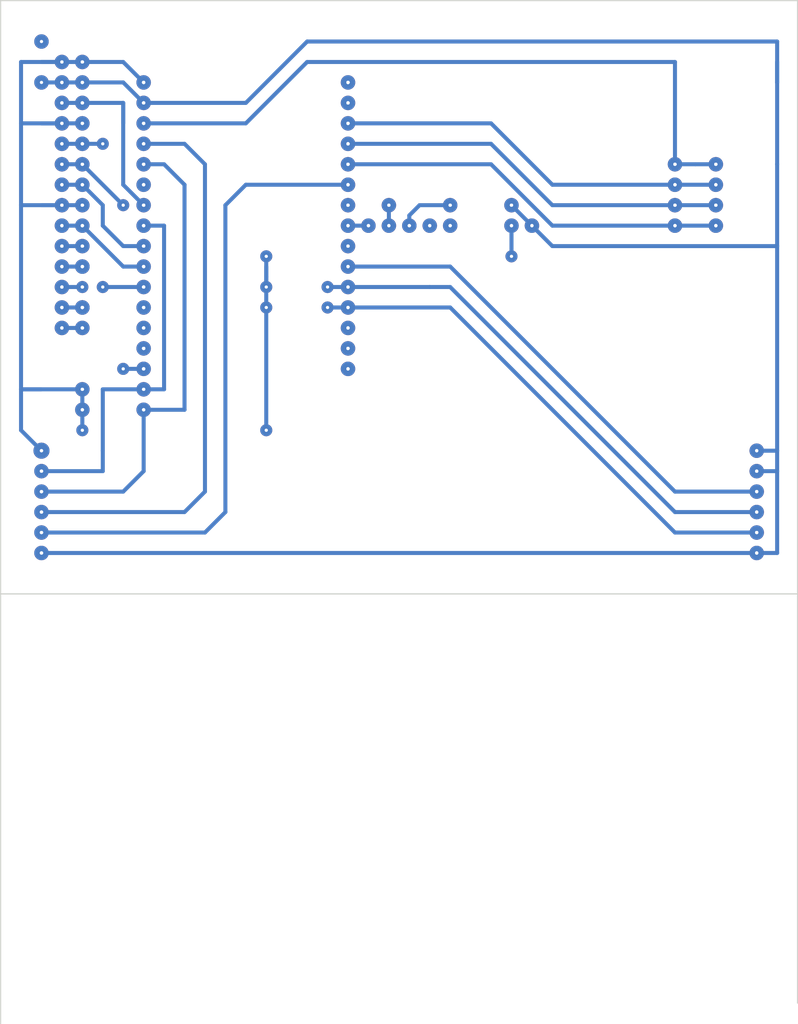
<source format=kicad_pcb>
(kicad_pcb (version 20171130) (host pcbnew "(5.0.1-3-g963ef8bb5)")

  (general
    (thickness 1.6)
    (drawings 5)
    (tracks 624)
    (zones 0)
    (modules 0)
    (nets 1)
  )

  (page A4)
  (layers
    (0 F.Cu signal)
    (31 B.Cu signal)
    (32 B.Adhes user)
    (33 F.Adhes user)
    (34 B.Paste user)
    (35 F.Paste user)
    (36 B.SilkS user)
    (37 F.SilkS user)
    (38 B.Mask user)
    (39 F.Mask user)
    (40 Dwgs.User user)
    (41 Cmts.User user)
    (42 Eco1.User user)
    (43 Eco2.User user)
    (44 Edge.Cuts user)
    (45 Margin user)
    (46 B.CrtYd user)
    (47 F.CrtYd user)
    (48 B.Fab user)
    (49 F.Fab user)
  )

  (setup
    (last_trace_width 0.5)
    (trace_clearance 0.2)
    (zone_clearance 0.508)
    (zone_45_only no)
    (trace_min 0.2)
    (segment_width 0.2)
    (edge_width 0.15)
    (via_size 1.8)
    (via_drill 0.4)
    (via_min_size 0.4)
    (via_min_drill 0.3)
    (uvia_size 0.3)
    (uvia_drill 0.1)
    (uvias_allowed no)
    (uvia_min_size 0.2)
    (uvia_min_drill 0.1)
    (pcb_text_width 0.3)
    (pcb_text_size 1.5 1.5)
    (mod_edge_width 0.15)
    (mod_text_size 1 1)
    (mod_text_width 0.15)
    (pad_size 1.524 1.524)
    (pad_drill 0.762)
    (pad_to_mask_clearance 0.051)
    (solder_mask_min_width 0.25)
    (aux_axis_origin 0 0)
    (visible_elements FFFFFF7F)
    (pcbplotparams
      (layerselection 0x010fc_ffffffff)
      (usegerberextensions false)
      (usegerberattributes false)
      (usegerberadvancedattributes false)
      (creategerberjobfile false)
      (excludeedgelayer true)
      (linewidth 0.150000)
      (plotframeref false)
      (viasonmask false)
      (mode 1)
      (useauxorigin false)
      (hpglpennumber 1)
      (hpglpenspeed 20)
      (hpglpendiameter 15.000000)
      (psnegative false)
      (psa4output false)
      (plotreference true)
      (plotvalue true)
      (plotinvisibletext false)
      (padsonsilk false)
      (subtractmaskfromsilk false)
      (outputformat 1)
      (mirror false)
      (drillshape 1)
      (scaleselection 1)
      (outputdirectory ""))
  )

  (net 0 "")

  (net_class Default "This is the default net class."
    (clearance 0.2)
    (trace_width 0.5)
    (via_dia 1.8)
    (via_drill 0.4)
    (uvia_dia 0.3)
    (uvia_drill 0.1)
  )

  (net_class neti ""
    (clearance 0.2)
    (trace_width 0.5)
    (via_dia 3)
    (via_drill 0.4)
    (uvia_dia 0.3)
    (uvia_drill 0.1)
  )

  (gr_line (start 57.15 91.44) (end 43.18 91.44) (layer Edge.Cuts) (width 0.15))
  (gr_line (start 57.15 91.44) (end 142.24 91.44) (layer Edge.Cuts) (width 0.15))
  (gr_line (start 142.24 17.78) (end 142.24 142.24) (layer Edge.Cuts) (width 0.15))
  (gr_line (start 43.18 17.78) (end 142.24 17.78) (layer Edge.Cuts) (width 0.15))
  (gr_line (start 43.18 144.78) (end 43.18 17.78) (layer Edge.Cuts) (width 0.15))

  (via (at 60.96 27.94) (size 0.8) (drill 0.4) (layers F.Cu B.Cu) (net 0))
  (via (at 60.96 30.48) (size 0.8) (drill 0.4) (layers F.Cu B.Cu) (net 0))
  (via (at 60.96 33.02) (size 0.8) (drill 0.4) (layers F.Cu B.Cu) (net 0))
  (via (at 60.96 35.56) (size 0.8) (drill 0.4) (layers F.Cu B.Cu) (net 0))
  (via (at 60.96 38.1) (size 0.8) (drill 0.4) (layers F.Cu B.Cu) (net 0))
  (via (at 60.96 38.1) (size 0.8) (drill 0.4) (layers F.Cu B.Cu) (net 0) (tstamp 5C68311F))
  (via (at 60.96 38.1) (size 0.8) (drill 0.4) (layers F.Cu B.Cu) (net 0))
  (via (at 60.96 40.64) (size 0.8) (drill 0.4) (layers F.Cu B.Cu) (net 0))
  (via (at 60.96 43.18) (size 0.8) (drill 0.4) (layers F.Cu B.Cu) (net 0))
  (via (at 60.96 45.72) (size 0.8) (drill 0.4) (layers F.Cu B.Cu) (net 0))
  (via (at 60.96 48.26) (size 0.8) (drill 0.4) (layers F.Cu B.Cu) (net 0))
  (via (at 60.96 50.8) (size 0.8) (drill 0.4) (layers F.Cu B.Cu) (net 0))
  (via (at 60.96 53.34) (size 0.8) (drill 0.4) (layers F.Cu B.Cu) (net 0))
  (via (at 60.96 55.88) (size 0.8) (drill 0.4) (layers F.Cu B.Cu) (net 0))
  (via (at 60.96 58.42) (size 0.8) (drill 0.4) (layers F.Cu B.Cu) (net 0))
  (via (at 60.96 60.96) (size 0.8) (drill 0.4) (layers F.Cu B.Cu) (net 0))
  (via (at 60.96 63.5) (size 0.8) (drill 0.4) (layers F.Cu B.Cu) (net 0))
  (via (at 86.36 27.94) (size 0.8) (drill 0.4) (layers F.Cu B.Cu) (net 0))
  (via (at 86.36 30.48) (size 0.8) (drill 0.4) (layers F.Cu B.Cu) (net 0))
  (via (at 86.36 33.02) (size 0.8) (drill 0.4) (layers F.Cu B.Cu) (net 0))
  (via (at 86.36 35.56) (size 0.8) (drill 0.4) (layers F.Cu B.Cu) (net 0))
  (via (at 86.36 38.1) (size 0.8) (drill 0.4) (layers F.Cu B.Cu) (net 0))
  (via (at 86.36 40.64) (size 0.8) (drill 0.4) (layers F.Cu B.Cu) (net 0))
  (via (at 86.36 43.18) (size 0.8) (drill 0.4) (layers F.Cu B.Cu) (net 0))
  (via (at 86.36 45.72) (size 0.8) (drill 0.4) (layers F.Cu B.Cu) (net 0))
  (via (at 86.36 48.26) (size 0.8) (drill 0.4) (layers F.Cu B.Cu) (net 0))
  (via (at 86.36 50.8) (size 0.8) (drill 0.4) (layers F.Cu B.Cu) (net 0))
  (via (at 86.36 53.34) (size 0.8) (drill 0.4) (layers F.Cu B.Cu) (net 0))
  (via (at 86.36 55.88) (size 0.8) (drill 0.4) (layers F.Cu B.Cu) (net 0))
  (via (at 86.36 58.42) (size 0.8) (drill 0.4) (layers F.Cu B.Cu) (net 0))
  (via (at 86.36 60.96) (size 0.8) (drill 0.4) (layers F.Cu B.Cu) (net 0))
  (via (at 86.36 63.5) (size 0.8) (drill 0.4) (layers F.Cu B.Cu) (net 0))
  (via (at 53.34 25.4) (size 0.8) (drill 0.4) (layers F.Cu B.Cu) (net 0))
  (via (at 53.34 27.94) (size 0.8) (drill 0.4) (layers F.Cu B.Cu) (net 0))
  (via (at 53.34 30.48) (size 0.8) (drill 0.4) (layers F.Cu B.Cu) (net 0))
  (via (at 53.34 33.02) (size 0.8) (drill 0.4) (layers F.Cu B.Cu) (net 0))
  (via (at 53.34 35.56) (size 0.8) (drill 0.4) (layers F.Cu B.Cu) (net 0))
  (via (at 53.34 38.1) (size 0.8) (drill 0.4) (layers F.Cu B.Cu) (net 0))
  (via (at 53.34 40.64) (size 0.8) (drill 0.4) (layers F.Cu B.Cu) (net 0))
  (via (at 53.34 43.18) (size 0.8) (drill 0.4) (layers F.Cu B.Cu) (net 0))
  (via (at 53.34 45.72) (size 0.8) (drill 0.4) (layers F.Cu B.Cu) (net 0))
  (via (at 53.34 48.26) (size 0.8) (drill 0.4) (layers F.Cu B.Cu) (net 0))
  (via (at 53.34 50.8) (size 0.8) (drill 0.4) (layers F.Cu B.Cu) (net 0))
  (via (at 53.34 53.34) (size 0.8) (drill 0.4) (layers F.Cu B.Cu) (net 0))
  (via (at 53.34 55.88) (size 0.8) (drill 0.4) (layers F.Cu B.Cu) (net 0))
  (via (at 53.34 58.42) (size 0.8) (drill 0.4) (layers F.Cu B.Cu) (net 0))
  (segment (start 50.8 25.4) (end 50.8 25.4) (width 0.25) (layer B.Cu) (net 0) (tstamp 5C683492))
  (via (at 50.8 25.4) (size 0.8) (drill 0.4) (layers F.Cu B.Cu) (net 0))
  (via (at 50.8 27.94) (size 0.8) (drill 0.4) (layers F.Cu B.Cu) (net 0))
  (via (at 50.8 30.48) (size 0.8) (drill 0.4) (layers F.Cu B.Cu) (net 0))
  (via (at 50.8 33.02) (size 0.8) (drill 0.4) (layers F.Cu B.Cu) (net 0))
  (via (at 50.8 35.56) (size 0.8) (drill 0.4) (layers F.Cu B.Cu) (net 0))
  (via (at 50.8 38.1) (size 0.8) (drill 0.4) (layers F.Cu B.Cu) (net 0))
  (via (at 50.8 40.64) (size 0.8) (drill 0.4) (layers F.Cu B.Cu) (net 0))
  (via (at 50.8 43.18) (size 0.8) (drill 0.4) (layers F.Cu B.Cu) (net 0))
  (via (at 50.8 45.72) (size 0.8) (drill 0.4) (layers F.Cu B.Cu) (net 0))
  (via (at 50.8 48.26) (size 0.8) (drill 0.4) (layers F.Cu B.Cu) (net 0))
  (via (at 50.8 50.8) (size 0.8) (drill 0.4) (layers F.Cu B.Cu) (net 0))
  (via (at 50.8 53.34) (size 0.8) (drill 0.4) (layers F.Cu B.Cu) (net 0))
  (via (at 50.8 55.88) (size 0.8) (drill 0.4) (layers F.Cu B.Cu) (net 0))
  (via (at 50.8 58.42) (size 0.8) (drill 0.4) (layers F.Cu B.Cu) (net 0))
  (via (at 127 38.1) (size 0.8) (drill 0.4) (layers F.Cu B.Cu) (net 0))
  (via (at 127 40.64) (size 0.8) (drill 0.4) (layers F.Cu B.Cu) (net 0))
  (via (at 127 43.18) (size 0.8) (drill 0.4) (layers F.Cu B.Cu) (net 0))
  (via (at 127 45.72) (size 0.8) (drill 0.4) (layers F.Cu B.Cu) (net 0))
  (via (at 132.08 45.72) (size 0.8) (drill 0.4) (layers F.Cu B.Cu) (net 0))
  (via (at 132.08 43.18) (size 0.8) (drill 0.4) (layers F.Cu B.Cu) (net 0))
  (via (at 132.08 40.64) (size 0.8) (drill 0.4) (layers F.Cu B.Cu) (net 0))
  (via (at 132.08 38.1) (size 0.8) (drill 0.4) (layers F.Cu B.Cu) (net 0))
  (via (at 48.26 76.2) (size 0.8) (drill 0.4) (layers F.Cu B.Cu) (net 0))
  (via (at 48.26 78.74) (size 0.8) (drill 0.4) (layers F.Cu B.Cu) (net 0))
  (via (at 48.26 81.28) (size 0.8) (drill 0.4) (layers F.Cu B.Cu) (net 0))
  (via (at 48.26 83.82) (size 0.8) (drill 0.4) (layers F.Cu B.Cu) (net 0))
  (via (at 48.26 86.36) (size 0.8) (drill 0.4) (layers F.Cu B.Cu) (net 0))
  (via (at 137.16 76.2) (size 0.8) (drill 0.4) (layers F.Cu B.Cu) (net 0))
  (via (at 137.16 78.74) (size 0.8) (drill 0.4) (layers F.Cu B.Cu) (net 0))
  (via (at 137.16 81.28) (size 0.8) (drill 0.4) (layers F.Cu B.Cu) (net 0))
  (via (at 137.16 83.82) (size 0.8) (drill 0.4) (layers F.Cu B.Cu) (net 0))
  (via (at 137.16 86.36) (size 0.8) (drill 0.4) (layers F.Cu B.Cu) (net 0))
  (via (at 48.26 78.74) (size 0.8) (drill 0.4) (layers F.Cu B.Cu) (net 0) (tstamp 5C6836AE))
  (via (at 48.26 78.74) (size 0.8) (drill 0.4) (layers F.Cu B.Cu) (net 0))
  (via (at 60.96 63.5) (size 0.8) (drill 0.4) (layers F.Cu B.Cu) (net 0) (tstamp 5C6837BA))
  (via (at 60.96 63.5) (size 1.2) (drill 0.4) (layers F.Cu B.Cu) (net 0))
  (via (at 60.96 60.96) (size 0.8) (drill 0.4) (layers F.Cu B.Cu) (net 0) (tstamp 5C6837BC))
  (via (at 60.96 60.96) (size 1.2) (drill 0.4) (layers F.Cu B.Cu) (net 0))
  (via (at 60.96 27.94) (size 0.8) (drill 0.4) (layers F.Cu B.Cu) (net 0) (tstamp 5C6837BF))
  (via (at 60.96 27.94) (size 1.2) (drill 0.4) (layers F.Cu B.Cu) (net 0))
  (via (at 60.96 30.48) (size 0.8) (drill 0.4) (layers F.Cu B.Cu) (net 0) (tstamp 5C6837C1))
  (via (at 60.96 30.48) (size 1.2) (drill 0.4) (layers F.Cu B.Cu) (net 0))
  (via (at 60.96 33.02) (size 0.8) (drill 0.4) (layers F.Cu B.Cu) (net 0) (tstamp 5C6837C3))
  (via (at 60.96 33.02) (size 1.2) (drill 0.4) (layers F.Cu B.Cu) (net 0))
  (via (at 60.96 35.56) (size 0.8) (drill 0.4) (layers F.Cu B.Cu) (net 0) (tstamp 5C6837C5))
  (via (at 60.96 35.56) (size 1.2) (drill 0.4) (layers F.Cu B.Cu) (net 0))
  (via (at 60.96 38.1) (size 0.8) (drill 0.4) (layers F.Cu B.Cu) (net 0) (tstamp 5C6837C7))
  (via (at 60.96 38.1) (size 1.2) (drill 0.4) (layers F.Cu B.Cu) (net 0))
  (via (at 60.96 40.64) (size 0.8) (drill 0.4) (layers F.Cu B.Cu) (net 0) (tstamp 5C6837C9))
  (via (at 60.96 40.64) (size 1.2) (drill 0.4) (layers F.Cu B.Cu) (net 0))
  (via (at 60.96 43.18) (size 0.8) (drill 0.4) (layers F.Cu B.Cu) (net 0) (tstamp 5C6837CB))
  (via (at 60.96 43.18) (size 1.2) (drill 0.4) (layers F.Cu B.Cu) (net 0))
  (via (at 60.96 45.72) (size 0.8) (drill 0.4) (layers F.Cu B.Cu) (net 0) (tstamp 5C6837CD))
  (via (at 60.96 45.72) (size 1.2) (drill 0.4) (layers F.Cu B.Cu) (net 0))
  (via (at 60.96 48.26) (size 0.8) (drill 0.4) (layers F.Cu B.Cu) (net 0) (tstamp 5C6837CF))
  (via (at 60.96 48.26) (size 1.2) (drill 0.4) (layers F.Cu B.Cu) (net 0))
  (via (at 60.96 50.8) (size 0.8) (drill 0.4) (layers F.Cu B.Cu) (net 0) (tstamp 5C6837D1))
  (via (at 60.96 50.8) (size 1.2) (drill 0.4) (layers F.Cu B.Cu) (net 0))
  (via (at 60.96 53.34) (size 0.8) (drill 0.4) (layers F.Cu B.Cu) (net 0) (tstamp 5C6837D3))
  (via (at 60.96 53.34) (size 1.2) (drill 0.4) (layers F.Cu B.Cu) (net 0))
  (via (at 60.96 55.88) (size 0.8) (drill 0.4) (layers F.Cu B.Cu) (net 0) (tstamp 5C6837D5))
  (via (at 60.96 55.88) (size 1.2) (drill 0.4) (layers F.Cu B.Cu) (net 0))
  (via (at 60.96 58.42) (size 0.8) (drill 0.4) (layers F.Cu B.Cu) (net 0) (tstamp 5C6837D7))
  (via (at 60.96 58.42) (size 1.2) (drill 0.4) (layers F.Cu B.Cu) (net 0))
  (via (at 60.96 60.96) (size 0.8) (drill 0.4) (layers F.Cu B.Cu) (net 0) (tstamp 5C6837D9))
  (via (at 60.96 60.96) (size 1.2) (drill 0.4) (layers F.Cu B.Cu) (net 0))
  (via (at 86.36 27.94) (size 0.8) (drill 0.4) (layers F.Cu B.Cu) (net 0) (tstamp 5C6837DB))
  (via (at 86.36 27.94) (size 1.2) (drill 0.4) (layers F.Cu B.Cu) (net 0))
  (via (at 86.36 30.48) (size 0.8) (drill 0.4) (layers F.Cu B.Cu) (net 0) (tstamp 5C6837DD))
  (via (at 86.36 30.48) (size 1.2) (drill 0.4) (layers F.Cu B.Cu) (net 0))
  (via (at 86.36 33.02) (size 0.8) (drill 0.4) (layers F.Cu B.Cu) (net 0) (tstamp 5C6837DF))
  (via (at 86.36 33.02) (size 1.2) (drill 0.4) (layers F.Cu B.Cu) (net 0))
  (via (at 86.36 35.56) (size 0.8) (drill 0.4) (layers F.Cu B.Cu) (net 0) (tstamp 5C6837E1))
  (via (at 86.36 35.56) (size 1.2) (drill 0.4) (layers F.Cu B.Cu) (net 0))
  (via (at 86.36 38.1) (size 0.8) (drill 0.4) (layers F.Cu B.Cu) (net 0) (tstamp 5C6837E3))
  (via (at 86.36 38.1) (size 1.2) (drill 0.4) (layers F.Cu B.Cu) (net 0))
  (via (at 86.36 40.64) (size 0.8) (drill 0.4) (layers F.Cu B.Cu) (net 0) (tstamp 5C6837E5))
  (via (at 86.36 40.64) (size 1.2) (drill 0.4) (layers F.Cu B.Cu) (net 0))
  (via (at 60.96 63.5) (size 0.8) (drill 0.4) (layers F.Cu B.Cu) (net 0) (tstamp 5C6837EF))
  (via (at 60.96 63.5) (size 1.2) (drill 0.4) (layers F.Cu B.Cu) (net 0))
  (via (at 60.96 63.5) (size 0.8) (drill 0.4) (layers F.Cu B.Cu) (net 0) (tstamp 5C6837F3))
  (via (at 60.96 63.5) (size 1.5) (drill 0.4) (layers F.Cu B.Cu) (net 0))
  (via (at 60.96 60.96) (size 0.8) (drill 0.4) (layers F.Cu B.Cu) (net 0) (tstamp 5C6837F5))
  (via (at 60.96 60.96) (size 1.5) (drill 0.4) (layers F.Cu B.Cu) (net 0))
  (via (at 60.96 60.96) (size 0.8) (drill 0.4) (layers F.Cu B.Cu) (net 0) (tstamp 5C6837F7))
  (via (at 60.96 60.96) (size 1.5) (drill 0.4) (layers F.Cu B.Cu) (net 0))
  (via (at 60.96 58.42) (size 0.8) (drill 0.4) (layers F.Cu B.Cu) (net 0) (tstamp 5C6837F9))
  (via (at 60.96 58.42) (size 1.5) (drill 0.4) (layers F.Cu B.Cu) (net 0))
  (via (at 60.96 55.88) (size 0.8) (drill 0.4) (layers F.Cu B.Cu) (net 0) (tstamp 5C6837FB))
  (via (at 60.96 55.88) (size 1.5) (drill 0.4) (layers F.Cu B.Cu) (net 0))
  (via (at 60.96 53.34) (size 0.8) (drill 0.4) (layers F.Cu B.Cu) (net 0) (tstamp 5C6837FD))
  (via (at 60.96 53.34) (size 1.5) (drill 0.4) (layers F.Cu B.Cu) (net 0))
  (via (at 60.96 50.8) (size 0.8) (drill 0.4) (layers F.Cu B.Cu) (net 0) (tstamp 5C6837FF))
  (via (at 60.96 50.8) (size 1.5) (drill 0.4) (layers F.Cu B.Cu) (net 0))
  (via (at 60.96 48.26) (size 0.8) (drill 0.4) (layers F.Cu B.Cu) (net 0) (tstamp 5C683801))
  (via (at 60.96 48.26) (size 1.5) (drill 0.4) (layers F.Cu B.Cu) (net 0))
  (via (at 60.96 45.72) (size 0.8) (drill 0.4) (layers F.Cu B.Cu) (net 0) (tstamp 5C683803))
  (via (at 60.96 45.72) (size 1.5) (drill 0.4) (layers F.Cu B.Cu) (net 0))
  (via (at 60.96 43.18) (size 0.8) (drill 0.4) (layers F.Cu B.Cu) (net 0) (tstamp 5C683805))
  (via (at 60.96 43.18) (size 1.5) (drill 0.4) (layers F.Cu B.Cu) (net 0))
  (via (at 60.96 40.64) (size 0.8) (drill 0.4) (layers F.Cu B.Cu) (net 0) (tstamp 5C683807))
  (via (at 60.96 40.64) (size 1.5) (drill 0.4) (layers F.Cu B.Cu) (net 0))
  (via (at 60.96 38.1) (size 0.8) (drill 0.4) (layers F.Cu B.Cu) (net 0) (tstamp 5C683809))
  (via (at 60.96 38.1) (size 1.5) (drill 0.4) (layers F.Cu B.Cu) (net 0))
  (via (at 60.96 35.56) (size 0.8) (drill 0.4) (layers F.Cu B.Cu) (net 0) (tstamp 5C68380B))
  (via (at 60.96 35.56) (size 1.5) (drill 0.4) (layers F.Cu B.Cu) (net 0))
  (via (at 60.96 33.02) (size 0.8) (drill 0.4) (layers F.Cu B.Cu) (net 0) (tstamp 5C68380D))
  (via (at 60.96 33.02) (size 1.5) (drill 0.4) (layers F.Cu B.Cu) (net 0))
  (via (at 60.96 30.48) (size 0.8) (drill 0.4) (layers F.Cu B.Cu) (net 0) (tstamp 5C68380F))
  (via (at 60.96 30.48) (size 1.5) (drill 0.4) (layers F.Cu B.Cu) (net 0))
  (via (at 60.96 27.94) (size 0.8) (drill 0.4) (layers F.Cu B.Cu) (net 0) (tstamp 5C683811))
  (via (at 60.96 27.94) (size 1.5) (drill 0.4) (layers F.Cu B.Cu) (net 0))
  (via (at 53.34 25.4) (size 0.8) (drill 0.4) (layers F.Cu B.Cu) (net 0) (tstamp 5C683813))
  (via (at 53.34 25.4) (size 1.5) (drill 0.4) (layers F.Cu B.Cu) (net 0))
  (via (at 53.34 27.94) (size 0.8) (drill 0.4) (layers F.Cu B.Cu) (net 0) (tstamp 5C683815))
  (via (at 53.34 27.94) (size 1.5) (drill 0.4) (layers F.Cu B.Cu) (net 0))
  (via (at 53.34 30.48) (size 0.8) (drill 0.4) (layers F.Cu B.Cu) (net 0) (tstamp 5C683817))
  (via (at 53.34 30.48) (size 1.5) (drill 0.4) (layers F.Cu B.Cu) (net 0))
  (via (at 53.34 33.02) (size 0.8) (drill 0.4) (layers F.Cu B.Cu) (net 0) (tstamp 5C683819))
  (via (at 53.34 33.02) (size 1.5) (drill 0.4) (layers F.Cu B.Cu) (net 0))
  (via (at 53.34 35.56) (size 0.8) (drill 0.4) (layers F.Cu B.Cu) (net 0) (tstamp 5C68381B))
  (via (at 53.34 35.56) (size 1.5) (drill 0.4) (layers F.Cu B.Cu) (net 0))
  (via (at 53.34 38.1) (size 0.8) (drill 0.4) (layers F.Cu B.Cu) (net 0) (tstamp 5C68381D))
  (via (at 53.34 38.1) (size 1.5) (drill 0.4) (layers F.Cu B.Cu) (net 0))
  (via (at 53.34 40.64) (size 0.8) (drill 0.4) (layers F.Cu B.Cu) (net 0) (tstamp 5C68381F))
  (via (at 53.34 40.64) (size 1.5) (drill 0.4) (layers F.Cu B.Cu) (net 0))
  (via (at 53.34 43.18) (size 0.8) (drill 0.4) (layers F.Cu B.Cu) (net 0) (tstamp 5C683821))
  (via (at 53.34 43.18) (size 1.5) (drill 0.4) (layers F.Cu B.Cu) (net 0))
  (via (at 53.34 45.72) (size 0.8) (drill 0.4) (layers F.Cu B.Cu) (net 0) (tstamp 5C683823))
  (via (at 53.34 45.72) (size 1.5) (drill 0.4) (layers F.Cu B.Cu) (net 0))
  (via (at 53.34 48.26) (size 0.8) (drill 0.4) (layers F.Cu B.Cu) (net 0) (tstamp 5C683825))
  (via (at 53.34 48.26) (size 1.5) (drill 0.4) (layers F.Cu B.Cu) (net 0))
  (via (at 53.34 50.8) (size 0.8) (drill 0.4) (layers F.Cu B.Cu) (net 0) (tstamp 5C683827))
  (via (at 53.34 50.8) (size 1.5) (drill 0.4) (layers F.Cu B.Cu) (net 0))
  (via (at 53.34 53.34) (size 0.8) (drill 0.4) (layers F.Cu B.Cu) (net 0) (tstamp 5C683829))
  (via (at 53.34 53.34) (size 1.5) (drill 0.4) (layers F.Cu B.Cu) (net 0))
  (via (at 53.34 55.88) (size 0.8) (drill 0.4) (layers F.Cu B.Cu) (net 0) (tstamp 5C68382B))
  (via (at 53.34 55.88) (size 1.5) (drill 0.4) (layers F.Cu B.Cu) (net 0))
  (via (at 53.34 58.42) (size 0.8) (drill 0.4) (layers F.Cu B.Cu) (net 0) (tstamp 5C68382D))
  (via (at 53.34 58.42) (size 1.5) (drill 0.4) (layers F.Cu B.Cu) (net 0))
  (segment (start 50.8 25.4) (end 50.8 25.4) (width 0.25) (layer B.Cu) (net 0) (tstamp 5C68382F))
  (via (at 50.8 25.4) (size 1.5) (drill 0.4) (layers F.Cu B.Cu) (net 0))
  (via (at 50.8 27.94) (size 0.8) (drill 0.4) (layers F.Cu B.Cu) (net 0) (tstamp 5C683831))
  (via (at 50.8 27.94) (size 1.5) (drill 0.4) (layers F.Cu B.Cu) (net 0))
  (via (at 50.8 30.48) (size 0.8) (drill 0.4) (layers F.Cu B.Cu) (net 0) (tstamp 5C683833))
  (via (at 50.8 30.48) (size 1.5) (drill 0.4) (layers F.Cu B.Cu) (net 0))
  (via (at 50.8 33.02) (size 0.8) (drill 0.4) (layers F.Cu B.Cu) (net 0) (tstamp 5C683835))
  (via (at 50.8 33.02) (size 1.5) (drill 0.4) (layers F.Cu B.Cu) (net 0))
  (via (at 50.8 35.56) (size 0.8) (drill 0.4) (layers F.Cu B.Cu) (net 0) (tstamp 5C683837))
  (via (at 50.8 35.56) (size 1.5) (drill 0.4) (layers F.Cu B.Cu) (net 0))
  (via (at 50.8 38.1) (size 0.8) (drill 0.4) (layers F.Cu B.Cu) (net 0) (tstamp 5C683839))
  (via (at 50.8 38.1) (size 1.5) (drill 0.4) (layers F.Cu B.Cu) (net 0))
  (via (at 50.8 40.64) (size 0.8) (drill 0.4) (layers F.Cu B.Cu) (net 0) (tstamp 5C68383B))
  (via (at 50.8 40.64) (size 1.5) (drill 0.4) (layers F.Cu B.Cu) (net 0))
  (via (at 50.8 43.18) (size 0.8) (drill 0.4) (layers F.Cu B.Cu) (net 0) (tstamp 5C68383D))
  (via (at 50.8 43.18) (size 1.5) (drill 0.4) (layers F.Cu B.Cu) (net 0))
  (via (at 50.8 45.72) (size 0.8) (drill 0.4) (layers F.Cu B.Cu) (net 0) (tstamp 5C68383F))
  (via (at 50.8 45.72) (size 1.5) (drill 0.4) (layers F.Cu B.Cu) (net 0))
  (via (at 50.8 48.26) (size 0.8) (drill 0.4) (layers F.Cu B.Cu) (net 0) (tstamp 5C683841))
  (via (at 50.8 48.26) (size 1.5) (drill 0.4) (layers F.Cu B.Cu) (net 0))
  (via (at 50.8 50.8) (size 0.8) (drill 0.4) (layers F.Cu B.Cu) (net 0) (tstamp 5C683843))
  (via (at 50.8 50.8) (size 1.5) (drill 0.4) (layers F.Cu B.Cu) (net 0))
  (via (at 50.8 53.34) (size 0.8) (drill 0.4) (layers F.Cu B.Cu) (net 0) (tstamp 5C683845))
  (via (at 50.8 53.34) (size 1.5) (drill 0.4) (layers F.Cu B.Cu) (net 0))
  (via (at 50.8 55.88) (size 0.8) (drill 0.4) (layers F.Cu B.Cu) (net 0) (tstamp 5C683847))
  (via (at 50.8 55.88) (size 1.5) (drill 0.4) (layers F.Cu B.Cu) (net 0))
  (via (at 50.8 58.42) (size 0.8) (drill 0.4) (layers F.Cu B.Cu) (net 0) (tstamp 5C683849))
  (via (at 50.8 58.42) (size 1.5) (drill 0.4) (layers F.Cu B.Cu) (net 0))
  (via (at 86.36 27.94) (size 0.8) (drill 0.4) (layers F.Cu B.Cu) (net 0) (tstamp 5C68384B))
  (via (at 86.36 27.94) (size 1.5) (drill 0.4) (layers F.Cu B.Cu) (net 0))
  (via (at 86.36 30.48) (size 0.8) (drill 0.4) (layers F.Cu B.Cu) (net 0) (tstamp 5C68384D))
  (via (at 86.36 30.48) (size 1.5) (drill 0.4) (layers F.Cu B.Cu) (net 0))
  (via (at 86.36 33.02) (size 0.8) (drill 0.4) (layers F.Cu B.Cu) (net 0) (tstamp 5C68384F))
  (via (at 86.36 33.02) (size 1.5) (drill 0.4) (layers F.Cu B.Cu) (net 0))
  (via (at 86.36 35.56) (size 0.8) (drill 0.4) (layers F.Cu B.Cu) (net 0) (tstamp 5C683851))
  (via (at 86.36 35.56) (size 1.5) (drill 0.4) (layers F.Cu B.Cu) (net 0))
  (via (at 86.36 38.1) (size 0.8) (drill 0.4) (layers F.Cu B.Cu) (net 0) (tstamp 5C683853))
  (via (at 86.36 38.1) (size 1.5) (drill 0.4) (layers F.Cu B.Cu) (net 0))
  (via (at 86.36 40.64) (size 0.8) (drill 0.4) (layers F.Cu B.Cu) (net 0) (tstamp 5C683855))
  (via (at 86.36 40.64) (size 1.5) (drill 0.4) (layers F.Cu B.Cu) (net 0))
  (via (at 86.36 43.18) (size 0.8) (drill 0.4) (layers F.Cu B.Cu) (net 0) (tstamp 5C683857))
  (via (at 86.36 43.18) (size 1.5) (drill 0.4) (layers F.Cu B.Cu) (net 0))
  (via (at 86.36 45.72) (size 0.8) (drill 0.4) (layers F.Cu B.Cu) (net 0) (tstamp 5C683859))
  (via (at 86.36 45.72) (size 1.5) (drill 0.4) (layers F.Cu B.Cu) (net 0))
  (via (at 86.36 48.26) (size 0.8) (drill 0.4) (layers F.Cu B.Cu) (net 0) (tstamp 5C68385B))
  (via (at 86.36 48.26) (size 1.5) (drill 0.4) (layers F.Cu B.Cu) (net 0))
  (via (at 86.36 50.8) (size 0.8) (drill 0.4) (layers F.Cu B.Cu) (net 0) (tstamp 5C68385D))
  (via (at 86.36 50.8) (size 1.5) (drill 0.4) (layers F.Cu B.Cu) (net 0))
  (via (at 86.36 53.34) (size 0.8) (drill 0.4) (layers F.Cu B.Cu) (net 0) (tstamp 5C68385F))
  (via (at 86.36 53.34) (size 1.5) (drill 0.4) (layers F.Cu B.Cu) (net 0))
  (via (at 86.36 55.88) (size 0.8) (drill 0.4) (layers F.Cu B.Cu) (net 0) (tstamp 5C683861))
  (via (at 86.36 55.88) (size 1.5) (drill 0.4) (layers F.Cu B.Cu) (net 0))
  (via (at 86.36 58.42) (size 0.8) (drill 0.4) (layers F.Cu B.Cu) (net 0) (tstamp 5C683863))
  (via (at 86.36 58.42) (size 1.5) (drill 0.4) (layers F.Cu B.Cu) (net 0))
  (via (at 86.36 60.96) (size 0.8) (drill 0.4) (layers F.Cu B.Cu) (net 0) (tstamp 5C683865))
  (via (at 86.36 60.96) (size 1.5) (drill 0.4) (layers F.Cu B.Cu) (net 0))
  (via (at 86.36 63.5) (size 0.8) (drill 0.4) (layers F.Cu B.Cu) (net 0) (tstamp 5C683867))
  (via (at 86.36 63.5) (size 1.5) (drill 0.4) (layers F.Cu B.Cu) (net 0))
  (via (at 127 38.1) (size 0.8) (drill 0.4) (layers F.Cu B.Cu) (net 0) (tstamp 5C683869))
  (via (at 127 38.1) (size 1.5) (drill 0.4) (layers F.Cu B.Cu) (net 0))
  (via (at 127 40.64) (size 0.8) (drill 0.4) (layers F.Cu B.Cu) (net 0) (tstamp 5C68386B))
  (via (at 127 40.64) (size 1.5) (drill 0.4) (layers F.Cu B.Cu) (net 0))
  (via (at 127 43.18) (size 0.8) (drill 0.4) (layers F.Cu B.Cu) (net 0) (tstamp 5C68386D))
  (via (at 127 43.18) (size 1.5) (drill 0.4) (layers F.Cu B.Cu) (net 0))
  (via (at 127 45.72) (size 0.8) (drill 0.4) (layers F.Cu B.Cu) (net 0) (tstamp 5C68386F))
  (via (at 127 45.72) (size 1.5) (drill 0.4) (layers F.Cu B.Cu) (net 0))
  (via (at 132.08 45.72) (size 0.8) (drill 0.4) (layers F.Cu B.Cu) (net 0) (tstamp 5C683871))
  (via (at 132.08 45.72) (size 1.5) (drill 0.4) (layers F.Cu B.Cu) (net 0))
  (via (at 132.08 43.18) (size 0.8) (drill 0.4) (layers F.Cu B.Cu) (net 0) (tstamp 5C683873))
  (via (at 132.08 43.18) (size 1.5) (drill 0.4) (layers F.Cu B.Cu) (net 0))
  (via (at 132.08 40.64) (size 0.8) (drill 0.4) (layers F.Cu B.Cu) (net 0) (tstamp 5C683875))
  (via (at 132.08 40.64) (size 1.5) (drill 0.4) (layers F.Cu B.Cu) (net 0))
  (via (at 132.08 38.1) (size 0.8) (drill 0.4) (layers F.Cu B.Cu) (net 0) (tstamp 5C683877))
  (via (at 132.08 38.1) (size 1.5) (drill 0.4) (layers F.Cu B.Cu) (net 0))
  (via (at 137.16 76.2) (size 0.8) (drill 0.4) (layers F.Cu B.Cu) (net 0) (tstamp 5C683879))
  (via (at 137.16 76.2) (size 1.5) (drill 0.4) (layers F.Cu B.Cu) (net 0))
  (via (at 137.16 78.74) (size 0.8) (drill 0.4) (layers F.Cu B.Cu) (net 0) (tstamp 5C68387B))
  (via (at 137.16 78.74) (size 1.5) (drill 0.4) (layers F.Cu B.Cu) (net 0))
  (via (at 137.16 81.28) (size 0.8) (drill 0.4) (layers F.Cu B.Cu) (net 0) (tstamp 5C68387D))
  (via (at 137.16 81.28) (size 1.5) (drill 0.4) (layers F.Cu B.Cu) (net 0))
  (via (at 137.16 83.82) (size 0.8) (drill 0.4) (layers F.Cu B.Cu) (net 0) (tstamp 5C68387F))
  (via (at 137.16 83.82) (size 1.5) (drill 0.4) (layers F.Cu B.Cu) (net 0))
  (via (at 137.16 86.36) (size 0.8) (drill 0.4) (layers F.Cu B.Cu) (net 0) (tstamp 5C683881))
  (via (at 137.16 86.36) (size 1.5) (drill 0.4) (layers F.Cu B.Cu) (net 0))
  (via (at 48.26 76.2) (size 0.8) (drill 0.4) (layers F.Cu B.Cu) (net 0) (tstamp 5C683885))
  (via (at 48.26 73.66) (size 1.5) (drill 0.4) (layers F.Cu B.Cu) (net 0))
  (via (at 48.26 78.74) (size 0.8) (drill 0.4) (layers F.Cu B.Cu) (net 0) (tstamp 5C683887))
  (via (at 48.26 78.74) (size 1.5) (drill 0.4) (layers F.Cu B.Cu) (net 0))
  (via (at 48.26 81.28) (size 0.8) (drill 0.4) (layers F.Cu B.Cu) (net 0) (tstamp 5C683889))
  (via (at 48.26 81.28) (size 1.5) (drill 0.4) (layers F.Cu B.Cu) (net 0))
  (via (at 48.26 83.82) (size 0.8) (drill 0.4) (layers F.Cu B.Cu) (net 0) (tstamp 5C68388B))
  (via (at 48.26 83.82) (size 1.5) (drill 0.4) (layers F.Cu B.Cu) (net 0))
  (via (at 48.26 86.36) (size 0.8) (drill 0.4) (layers F.Cu B.Cu) (net 0) (tstamp 5C68388D))
  (via (at 48.26 86.36) (size 1.5) (drill 0.4) (layers F.Cu B.Cu) (net 0))
  (segment (start 50.8 25.4) (end 53.34 25.4) (width 0.5) (layer B.Cu) (net 0))
  (segment (start 50.8 27.94) (end 53.34 27.94) (width 0.5) (layer B.Cu) (net 0))
  (segment (start 50.8 30.48) (end 53.34 30.48) (width 0.5) (layer B.Cu) (net 0))
  (segment (start 50.8 33.02) (end 53.34 33.02) (width 0.5) (layer B.Cu) (net 0))
  (segment (start 53.34 25.4) (end 58.42 25.4) (width 0.5) (layer B.Cu) (net 0))
  (segment (start 58.42 25.4) (end 60.96 27.94) (width 0.5) (layer B.Cu) (net 0))
  (segment (start 53.34 27.94) (end 58.42 27.94) (width 0.5) (layer B.Cu) (net 0))
  (segment (start 58.42 27.94) (end 60.96 30.48) (width 0.5) (layer B.Cu) (net 0))
  (segment (start 50.8 35.56) (end 53.34 35.56) (width 0.5) (layer B.Cu) (net 0))
  (segment (start 50.8 38.1) (end 53.34 38.1) (width 0.5) (layer B.Cu) (net 0))
  (segment (start 50.8 40.64) (end 53.34 40.64) (width 0.5) (layer B.Cu) (net 0))
  (segment (start 50.8 43.18) (end 53.34 43.18) (width 0.5) (layer B.Cu) (net 0))
  (segment (start 50.8 45.72) (end 53.34 45.72) (width 0.5) (layer B.Cu) (net 0))
  (segment (start 50.8 48.26) (end 53.34 48.26) (width 0.5) (layer B.Cu) (net 0))
  (segment (start 50.8 50.8) (end 53.34 50.8) (width 0.5) (layer B.Cu) (net 0))
  (segment (start 50.8 53.34) (end 53.34 53.34) (width 0.5) (layer B.Cu) (net 0))
  (segment (start 50.8 55.88) (end 53.34 55.88) (width 0.5) (layer B.Cu) (net 0))
  (segment (start 50.8 58.42) (end 53.34 58.42) (width 0.5) (layer B.Cu) (net 0))
  (segment (start 48.26 25.4) (end 50.8 25.4) (width 0.5) (layer B.Cu) (net 0))
  (segment (start 50.8 33.02) (end 48.26 33.02) (width 0.5) (layer B.Cu) (net 0))
  (segment (start 50.8 43.18) (end 48.26 43.18) (width 0.5) (layer B.Cu) (net 0))
  (segment (start 53.34 30.48) (end 58.42 30.48) (width 0.5) (layer B.Cu) (net 0))
  (segment (start 58.42 30.48) (end 58.42 33.02) (width 0.5) (layer B.Cu) (net 0))
  (segment (start 58.42 40.64) (end 60.96 43.18) (width 0.5) (layer B.Cu) (net 0))
  (segment (start 58.42 30.48) (end 58.42 40.64) (width 0.5) (layer B.Cu) (net 0))
  (segment (start 60.96 33.02) (end 73.66 33.02) (width 0.5) (layer B.Cu) (net 0))
  (segment (start 73.66 33.02) (end 81.28 25.4) (width 0.5) (layer B.Cu) (net 0))
  (segment (start 81.28 25.4) (end 127 25.4) (width 0.5) (layer B.Cu) (net 0))
  (segment (start 127 25.4) (end 127 38.1) (width 0.5) (layer B.Cu) (net 0))
  (segment (start 129.54 38.1) (end 127 38.1) (width 0.5) (layer B.Cu) (net 0))
  (segment (start 132.08 38.1) (end 129.54 38.1) (width 0.5) (layer B.Cu) (net 0))
  (segment (start 127 40.64) (end 132.08 40.64) (width 0.5) (layer B.Cu) (net 0))
  (segment (start 127 43.18) (end 132.08 43.18) (width 0.5) (layer B.Cu) (net 0))
  (segment (start 127 45.72) (end 132.08 45.72) (width 0.5) (layer B.Cu) (net 0))
  (segment (start 60.96 30.48) (end 73.66 30.48) (width 0.5) (layer B.Cu) (net 0))
  (segment (start 73.66 30.48) (end 81.28 22.86) (width 0.5) (layer B.Cu) (net 0))
  (segment (start 81.28 22.86) (end 139.7 22.86) (width 0.5) (layer B.Cu) (net 0))
  (segment (start 139.7 22.86) (end 139.7 27.94) (width 0.5) (layer B.Cu) (net 0))
  (segment (start 139.7 27.94) (end 139.7 25.4) (width 0.5) (layer B.Cu) (net 0))
  (segment (start 139.7 38.1) (end 139.7 27.94) (width 0.5) (layer B.Cu) (net 0))
  (segment (start 111.76 40.64) (end 127 40.64) (width 0.5) (layer B.Cu) (net 0))
  (segment (start 104.14 33.02) (end 111.76 40.64) (width 0.5) (layer B.Cu) (net 0))
  (segment (start 111.76 43.18) (end 127 43.18) (width 0.5) (layer B.Cu) (net 0))
  (segment (start 104.14 35.56) (end 111.76 43.18) (width 0.5) (layer B.Cu) (net 0))
  (segment (start 104.14 38.1) (end 111.76 45.72) (width 0.5) (layer B.Cu) (net 0))
  (segment (start 111.76 45.72) (end 127 45.72) (width 0.5) (layer B.Cu) (net 0))
  (segment (start 86.36 53.34) (end 96.52 53.34) (width 0.5) (layer B.Cu) (net 0))
  (via (at 48.26 76.2) (size 0.8) (drill 0.4) (layers F.Cu B.Cu) (net 0) (tstamp 5C6842EE))
  (via (at 48.26 76.2) (size 1.5) (drill 0.4) (layers F.Cu B.Cu) (net 0))
  (via (at 137.16 73.66) (size 1.5) (drill 0.4) (layers F.Cu B.Cu) (net 0))
  (segment (start 139.7 73.66) (end 139.7 76.2) (width 0.5) (layer B.Cu) (net 0))
  (segment (start 99.06 50.8) (end 127 78.74) (width 0.5) (layer B.Cu) (net 0))
  (segment (start 86.36 50.8) (end 99.06 50.8) (width 0.5) (layer B.Cu) (net 0))
  (segment (start 96.52 53.34) (end 99.06 53.34) (width 0.5) (layer B.Cu) (net 0))
  (segment (start 99.06 53.34) (end 127 81.28) (width 0.5) (layer B.Cu) (net 0))
  (segment (start 99.06 55.88) (end 127 83.82) (width 0.5) (layer B.Cu) (net 0))
  (segment (start 66.04 40.64) (end 66.04 68.58) (width 0.5) (layer B.Cu) (net 0))
  (segment (start 63.5 38.1) (end 66.04 40.64) (width 0.5) (layer B.Cu) (net 0))
  (segment (start 60.96 38.1) (end 63.5 38.1) (width 0.5) (layer B.Cu) (net 0))
  (segment (start 60.96 45.72) (end 63.5 45.72) (width 0.5) (layer B.Cu) (net 0))
  (segment (start 63.5 45.72) (end 63.5 66.04) (width 0.5) (layer B.Cu) (net 0))
  (segment (start 60.96 48.26) (end 58.42 48.26) (width 0.5) (layer B.Cu) (net 0))
  (segment (start 58.42 48.26) (end 55.88 45.72) (width 0.5) (layer B.Cu) (net 0))
  (segment (start 55.88 45.72) (end 55.88 43.18) (width 0.5) (layer B.Cu) (net 0))
  (segment (start 55.88 43.18) (end 53.34 40.64) (width 0.5) (layer B.Cu) (net 0))
  (segment (start 58.42 50.8) (end 60.96 50.8) (width 0.5) (layer B.Cu) (net 0))
  (segment (start 53.34 45.72) (end 58.42 50.8) (width 0.5) (layer B.Cu) (net 0))
  (segment (start 53.34 38.1) (end 58.42 43.18) (width 0.5) (layer B.Cu) (net 0))
  (segment (start 58.42 43.18) (end 58.42 43.18) (width 0.5) (layer B.Cu) (net 0) (tstamp 5C684667))
  (via (at 58.42 43.18) (size 1.5) (drill 0.4) (layers F.Cu B.Cu) (net 0))
  (via (at 58.42 63.5) (size 1.5) (drill 0.4) (layers F.Cu B.Cu) (net 0))
  (segment (start 60.96 63.5) (end 58.42 63.5) (width 0.5) (layer B.Cu) (net 0))
  (via (at 55.88 35.56) (size 1.5) (drill 0.4) (layers F.Cu B.Cu) (net 0))
  (segment (start 53.34 35.56) (end 55.88 35.56) (width 0.5) (layer B.Cu) (net 0))
  (via (at 55.88 53.34) (size 1.5) (drill 0.4) (layers F.Cu B.Cu) (net 0))
  (segment (start 55.88 53.34) (end 60.96 53.34) (width 0.5) (layer B.Cu) (net 0))
  (via (at 53.34 66.04) (size 1.5) (drill 0.4) (layers F.Cu B.Cu) (net 0))
  (via (at 53.34 68.58) (size 1.5) (drill 0.4) (layers F.Cu B.Cu) (net 0))
  (segment (start 73.66 40.64) (end 71.12 43.18) (width 0.5) (layer B.Cu) (net 0))
  (segment (start 71.12 43.18) (end 71.12 81.28) (width 0.5) (layer B.Cu) (net 0))
  (segment (start 71.12 81.28) (end 68.58 83.82) (width 0.5) (layer B.Cu) (net 0))
  (segment (start 68.58 38.1) (end 68.58 78.74) (width 0.5) (layer B.Cu) (net 0))
  (segment (start 66.04 35.56) (end 68.58 38.1) (width 0.5) (layer B.Cu) (net 0))
  (segment (start 68.58 78.74) (end 66.04 81.28) (width 0.5) (layer B.Cu) (net 0))
  (segment (start 60.96 35.56) (end 66.04 35.56) (width 0.5) (layer B.Cu) (net 0))
  (via (at 53.34 71.12) (size 1.5) (drill 0.4) (layers F.Cu B.Cu) (net 0))
  (via (at 83.82 53.34) (size 1.5) (drill 0.4) (layers F.Cu B.Cu) (net 0))
  (via (at 83.82 55.88) (size 1.5) (drill 0.4) (layers F.Cu B.Cu) (net 0))
  (via (at 76.2 53.34) (size 1.5) (drill 0.4) (layers F.Cu B.Cu) (net 0))
  (via (at 76.2 55.88) (size 1.5) (drill 0.4) (layers F.Cu B.Cu) (net 0))
  (via (at 76.2 71.12) (size 1.5) (drill 0.4) (layers F.Cu B.Cu) (net 0))
  (segment (start 76.2 53.34) (end 76.2 71.12) (width 0.5) (layer B.Cu) (net 0))
  (segment (start 53.34 66.04) (end 53.34 71.12) (width 0.5) (layer B.Cu) (net 0))
  (segment (start 139.7 86.36) (end 139.7 76.2) (width 0.5) (layer B.Cu) (net 0))
  (via (at 60.96 66.04) (size 1.5) (drill 0.4) (layers F.Cu B.Cu) (net 0))
  (segment (start 60.96 66.04) (end 55.88 66.04) (width 0.5) (layer B.Cu) (net 0))
  (segment (start 55.88 66.04) (end 55.88 73.66) (width 0.5) (layer B.Cu) (net 0))
  (segment (start 55.88 73.66) (end 55.88 76.2) (width 0.5) (layer B.Cu) (net 0))
  (segment (start 63.5 66.04) (end 60.96 66.04) (width 0.5) (layer B.Cu) (net 0))
  (via (at 60.96 68.58) (size 1.5) (drill 0.4) (layers F.Cu B.Cu) (net 0))
  (segment (start 60.96 68.58) (end 60.96 76.2) (width 0.5) (layer B.Cu) (net 0))
  (segment (start 60.96 76.2) (end 58.42 78.74) (width 0.5) (layer B.Cu) (net 0))
  (segment (start 66.04 68.58) (end 60.96 68.58) (width 0.5) (layer B.Cu) (net 0))
  (via (at 88.9 45.72) (size 1.5) (drill 0.4) (layers F.Cu B.Cu) (net 0))
  (via (at 91.44 45.72) (size 1.5) (drill 0.4) (layers F.Cu B.Cu) (net 0))
  (segment (start 88.9 45.72) (end 86.36 45.72) (width 0.5) (layer B.Cu) (net 0))
  (via (at 93.98 45.72) (size 1.5) (drill 0.4) (layers F.Cu B.Cu) (net 0))
  (via (at 96.52 45.72) (size 1.5) (drill 0.4) (layers F.Cu B.Cu) (net 0))
  (via (at 99.06 45.72) (size 1.5) (drill 0.4) (layers F.Cu B.Cu) (net 0))
  (via (at 106.68 45.72) (size 1.5) (drill 0.4) (layers F.Cu B.Cu) (net 0))
  (via (at 109.22 45.72) (size 1.5) (drill 0.4) (layers F.Cu B.Cu) (net 0))
  (segment (start 109.22 45.72) (end 111.76 48.26) (width 0.5) (layer B.Cu) (net 0))
  (segment (start 111.76 48.26) (end 139.7 48.26) (width 0.5) (layer B.Cu) (net 0))
  (segment (start 139.7 48.26) (end 139.7 73.66) (width 0.5) (layer B.Cu) (net 0))
  (segment (start 139.7 38.1) (end 139.7 48.26) (width 0.5) (layer B.Cu) (net 0))
  (via (at 91.44 43.18) (size 1.5) (drill 0.4) (layers F.Cu B.Cu) (net 0))
  (segment (start 91.44 45.72) (end 91.44 43.18) (width 0.5) (layer B.Cu) (net 0))
  (via (at 99.06 43.18) (size 1.5) (drill 0.4) (layers F.Cu B.Cu) (net 0))
  (segment (start 99.06 43.18) (end 95.25 43.18) (width 0.5) (layer B.Cu) (net 0))
  (segment (start 95.25 43.18) (end 93.98 44.45) (width 0.5) (layer B.Cu) (net 0))
  (segment (start 93.98 44.45) (end 93.98 45.72) (width 0.5) (layer B.Cu) (net 0))
  (segment (start 76.2 50.8) (end 76.2 52.07) (width 0.5) (layer B.Cu) (net 0))
  (segment (start 76.2 52.07) (end 76.2 53.34) (width 0.5) (layer B.Cu) (net 0))
  (via (at 106.68 43.18) (size 1.5) (drill 0.4) (layers F.Cu B.Cu) (net 0))
  (segment (start 106.68 43.18) (end 109.22 45.72) (width 0.5) (layer B.Cu) (net 0))
  (via (at 76.2 49.53) (size 1.5) (drill 0.4) (layers F.Cu B.Cu) (net 0))
  (via (at 106.68 49.53) (size 1.5) (drill 0.4) (layers F.Cu B.Cu) (net 0))
  (segment (start 106.68 45.72) (end 106.68 49.53) (width 0.5) (layer B.Cu) (net 0))
  (segment (start 76.2 49.53) (end 76.2 53.34) (width 0.5) (layer B.Cu) (net 0))
  (segment (start 83.82 55.88) (end 86.36 55.88) (width 0.5) (layer B.Cu) (net 0))
  (segment (start 86.36 55.88) (end 99.06 55.88) (width 0.5) (layer B.Cu) (net 0))
  (segment (start 83.82 53.34) (end 86.36 53.34) (width 0.5) (layer B.Cu) (net 0))
  (segment (start 86.36 40.64) (end 73.66 40.64) (width 0.5) (layer B.Cu) (net 0))
  (segment (start 86.36 38.1) (end 104.14 38.1) (width 0.5) (layer B.Cu) (net 0))
  (segment (start 86.36 35.56) (end 104.14 35.56) (width 0.5) (layer B.Cu) (net 0))
  (segment (start 86.36 33.02) (end 104.14 33.02) (width 0.5) (layer B.Cu) (net 0))
  (segment (start 137.16 86.36) (end 139.7 86.36) (width 0.5) (layer B.Cu) (net 0))
  (segment (start 127 83.82) (end 137.16 83.82) (width 0.5) (layer B.Cu) (net 0))
  (segment (start 127 81.28) (end 137.16 81.28) (width 0.5) (layer B.Cu) (net 0))
  (segment (start 127 78.74) (end 137.16 78.74) (width 0.5) (layer B.Cu) (net 0))
  (segment (start 137.16 76.2) (end 139.7 76.2) (width 0.5) (layer B.Cu) (net 0))
  (segment (start 137.16 73.66) (end 139.7 73.66) (width 0.5) (layer B.Cu) (net 0))
  (segment (start 48.26 86.36) (end 137.16 86.36) (width 0.5) (layer B.Cu) (net 0))
  (segment (start 68.58 83.82) (end 48.26 83.82) (width 0.5) (layer B.Cu) (net 0))
  (segment (start 66.04 81.28) (end 48.26 81.28) (width 0.5) (layer B.Cu) (net 0))
  (segment (start 58.42 78.74) (end 48.26 78.74) (width 0.5) (layer B.Cu) (net 0))
  (segment (start 55.88 76.2) (end 48.26 76.2) (width 0.5) (layer B.Cu) (net 0))
  (via (at 48.26 73.66) (size 1.5) (drill 0.4) (layers F.Cu B.Cu) (net 0) (tstamp 5C7B7556))
  (via (at 48.26 73.66) (size 2) (drill 0.4) (layers F.Cu B.Cu) (net 0))
  (via (at 48.26 76.2) (size 0.8) (drill 0.4) (layers F.Cu B.Cu) (net 0) (tstamp 5C7B7558))
  (via (at 48.26 76.2) (size 1.8) (drill 0.4) (layers F.Cu B.Cu) (net 0))
  (via (at 48.26 78.74) (size 0.8) (drill 0.4) (layers F.Cu B.Cu) (net 0) (tstamp 5C7B755A))
  (via (at 48.26 78.74) (size 1.8) (drill 0.4) (layers F.Cu B.Cu) (net 0))
  (via (at 48.26 81.28) (size 0.8) (drill 0.4) (layers F.Cu B.Cu) (net 0) (tstamp 5C7B755C))
  (via (at 48.26 81.28) (size 1.8) (drill 0.4) (layers F.Cu B.Cu) (net 0))
  (via (at 48.26 83.82) (size 0.8) (drill 0.4) (layers F.Cu B.Cu) (net 0) (tstamp 5C7B755E))
  (via (at 48.26 83.82) (size 1.8) (drill 0.4) (layers F.Cu B.Cu) (net 0))
  (via (at 48.26 86.36) (size 0.8) (drill 0.4) (layers F.Cu B.Cu) (net 0) (tstamp 5C7B7560))
  (via (at 48.26 86.36) (size 1.8) (drill 0.4) (layers F.Cu B.Cu) (net 0))
  (via (at 137.16 73.66) (size 1.5) (drill 0.4) (layers F.Cu B.Cu) (net 0) (tstamp 5C7B7562))
  (via (at 137.16 73.66) (size 1.8) (drill 0.4) (layers F.Cu B.Cu) (net 0))
  (via (at 137.16 76.2) (size 0.8) (drill 0.4) (layers F.Cu B.Cu) (net 0) (tstamp 5C7B7564))
  (via (at 137.16 76.2) (size 1.8) (drill 0.4) (layers F.Cu B.Cu) (net 0))
  (via (at 137.16 78.74) (size 0.8) (drill 0.4) (layers F.Cu B.Cu) (net 0) (tstamp 5C7B7566))
  (via (at 137.16 78.74) (size 1.8) (drill 0.4) (layers F.Cu B.Cu) (net 0))
  (via (at 137.16 81.28) (size 0.8) (drill 0.4) (layers F.Cu B.Cu) (net 0) (tstamp 5C7B7568))
  (via (at 137.16 81.28) (size 1.8) (drill 0.4) (layers F.Cu B.Cu) (net 0))
  (via (at 137.16 83.82) (size 0.8) (drill 0.4) (layers F.Cu B.Cu) (net 0) (tstamp 5C7B756A))
  (via (at 137.16 83.82) (size 1.8) (drill 0.4) (layers F.Cu B.Cu) (net 0))
  (via (at 137.16 86.36) (size 0.8) (drill 0.4) (layers F.Cu B.Cu) (net 0) (tstamp 5C7B756C))
  (via (at 137.16 86.36) (size 1.8) (drill 0.4) (layers F.Cu B.Cu) (net 0))
  (via (at 132.08 38.1) (size 0.8) (drill 0.4) (layers F.Cu B.Cu) (net 0) (tstamp 5C7B756E))
  (via (at 132.08 38.1) (size 1.8) (drill 0.4) (layers F.Cu B.Cu) (net 0))
  (via (at 132.08 40.64) (size 0.8) (drill 0.4) (layers F.Cu B.Cu) (net 0) (tstamp 5C7B7570))
  (via (at 132.08 40.64) (size 1.8) (drill 0.4) (layers F.Cu B.Cu) (net 0))
  (via (at 132.08 43.18) (size 0.8) (drill 0.4) (layers F.Cu B.Cu) (net 0) (tstamp 5C7B7572))
  (via (at 132.08 43.18) (size 1.8) (drill 0.4) (layers F.Cu B.Cu) (net 0))
  (via (at 132.08 45.72) (size 0.8) (drill 0.4) (layers F.Cu B.Cu) (net 0) (tstamp 5C7B7574))
  (via (at 132.08 45.72) (size 1.8) (drill 0.4) (layers F.Cu B.Cu) (net 0))
  (via (at 127 38.1) (size 0.8) (drill 0.4) (layers F.Cu B.Cu) (net 0) (tstamp 5C7B7576))
  (via (at 127 38.1) (size 1.8) (drill 0.4) (layers F.Cu B.Cu) (net 0))
  (via (at 127 40.64) (size 0.8) (drill 0.4) (layers F.Cu B.Cu) (net 0) (tstamp 5C7B7578))
  (via (at 127 40.64) (size 1.8) (drill 0.4) (layers F.Cu B.Cu) (net 0))
  (via (at 127 43.18) (size 0.8) (drill 0.4) (layers F.Cu B.Cu) (net 0) (tstamp 5C7B757A))
  (via (at 127 43.18) (size 1.8) (drill 0.4) (layers F.Cu B.Cu) (net 0))
  (via (at 127 45.72) (size 0.8) (drill 0.4) (layers F.Cu B.Cu) (net 0) (tstamp 5C7B757C))
  (via (at 127 45.72) (size 1.8) (drill 0.4) (layers F.Cu B.Cu) (net 0))
  (via (at 86.36 27.94) (size 0.8) (drill 0.4) (layers F.Cu B.Cu) (net 0) (tstamp 5C7B757E))
  (via (at 86.36 27.94) (size 1.8) (drill 0.4) (layers F.Cu B.Cu) (net 0))
  (via (at 86.36 30.48) (size 0.8) (drill 0.4) (layers F.Cu B.Cu) (net 0) (tstamp 5C7B7580))
  (via (at 86.36 30.48) (size 1.8) (drill 0.4) (layers F.Cu B.Cu) (net 0))
  (via (at 86.36 33.02) (size 0.8) (drill 0.4) (layers F.Cu B.Cu) (net 0) (tstamp 5C7B7582))
  (via (at 86.36 33.02) (size 1.8) (drill 0.4) (layers F.Cu B.Cu) (net 0))
  (via (at 86.36 35.56) (size 0.8) (drill 0.4) (layers F.Cu B.Cu) (net 0) (tstamp 5C7B7584))
  (via (at 86.36 35.56) (size 1.8) (drill 0.4) (layers F.Cu B.Cu) (net 0))
  (via (at 86.36 38.1) (size 0.8) (drill 0.4) (layers F.Cu B.Cu) (net 0) (tstamp 5C7B7586))
  (via (at 86.36 38.1) (size 1.8) (drill 0.4) (layers F.Cu B.Cu) (net 0))
  (via (at 86.36 40.64) (size 0.8) (drill 0.4) (layers F.Cu B.Cu) (net 0) (tstamp 5C7B7588))
  (via (at 86.36 40.64) (size 1.8) (drill 0.4) (layers F.Cu B.Cu) (net 0))
  (via (at 86.36 43.18) (size 0.8) (drill 0.4) (layers F.Cu B.Cu) (net 0) (tstamp 5C7B758A))
  (via (at 86.36 43.18) (size 1.8) (drill 0.4) (layers F.Cu B.Cu) (net 0))
  (via (at 86.36 45.72) (size 0.8) (drill 0.4) (layers F.Cu B.Cu) (net 0) (tstamp 5C7B758C))
  (via (at 86.36 45.72) (size 1.8) (drill 0.4) (layers F.Cu B.Cu) (net 0))
  (via (at 86.36 48.26) (size 0.8) (drill 0.4) (layers F.Cu B.Cu) (net 0) (tstamp 5C7B758E))
  (via (at 86.36 48.26) (size 1.8) (drill 0.4) (layers F.Cu B.Cu) (net 0))
  (via (at 86.36 50.8) (size 0.8) (drill 0.4) (layers F.Cu B.Cu) (net 0) (tstamp 5C7B7590))
  (via (at 86.36 50.8) (size 1.8) (drill 0.4) (layers F.Cu B.Cu) (net 0))
  (via (at 86.36 53.34) (size 0.8) (drill 0.4) (layers F.Cu B.Cu) (net 0) (tstamp 5C7B7592))
  (via (at 86.36 53.34) (size 1.8) (drill 0.4) (layers F.Cu B.Cu) (net 0))
  (via (at 86.36 55.88) (size 0.8) (drill 0.4) (layers F.Cu B.Cu) (net 0) (tstamp 5C7B7594))
  (via (at 86.36 55.88) (size 1.8) (drill 0.4) (layers F.Cu B.Cu) (net 0))
  (via (at 86.36 58.42) (size 0.8) (drill 0.4) (layers F.Cu B.Cu) (net 0) (tstamp 5C7B7596))
  (via (at 86.36 58.42) (size 1.8) (drill 0.4) (layers F.Cu B.Cu) (net 0))
  (via (at 86.36 60.96) (size 0.8) (drill 0.4) (layers F.Cu B.Cu) (net 0) (tstamp 5C7B7598))
  (via (at 86.36 60.96) (size 1.8) (drill 0.4) (layers F.Cu B.Cu) (net 0))
  (via (at 86.36 63.5) (size 0.8) (drill 0.4) (layers F.Cu B.Cu) (net 0) (tstamp 5C7B759A))
  (via (at 86.36 63.5) (size 1.8) (drill 0.4) (layers F.Cu B.Cu) (net 0))
  (via (at 60.96 27.94) (size 0.8) (drill 0.4) (layers F.Cu B.Cu) (net 0) (tstamp 5C7B759C))
  (via (at 60.96 27.94) (size 1.8) (drill 0.4) (layers F.Cu B.Cu) (net 0))
  (via (at 60.96 30.48) (size 0.8) (drill 0.4) (layers F.Cu B.Cu) (net 0) (tstamp 5C7B759E))
  (via (at 60.96 30.48) (size 1.8) (drill 0.4) (layers F.Cu B.Cu) (net 0))
  (via (at 60.96 33.02) (size 0.8) (drill 0.4) (layers F.Cu B.Cu) (net 0) (tstamp 5C7B75A0))
  (via (at 60.96 33.02) (size 1.8) (drill 0.4) (layers F.Cu B.Cu) (net 0))
  (via (at 60.96 35.56) (size 0.8) (drill 0.4) (layers F.Cu B.Cu) (net 0) (tstamp 5C7B75A2))
  (via (at 60.96 35.56) (size 1.8) (drill 0.4) (layers F.Cu B.Cu) (net 0))
  (via (at 60.96 38.1) (size 0.8) (drill 0.4) (layers F.Cu B.Cu) (net 0) (tstamp 5C7B75A4))
  (via (at 60.96 38.1) (size 1.8) (drill 0.4) (layers F.Cu B.Cu) (net 0))
  (via (at 60.96 40.64) (size 0.8) (drill 0.4) (layers F.Cu B.Cu) (net 0) (tstamp 5C7B75A6))
  (via (at 60.96 40.64) (size 1.8) (drill 0.4) (layers F.Cu B.Cu) (net 0))
  (via (at 60.96 43.18) (size 0.8) (drill 0.4) (layers F.Cu B.Cu) (net 0) (tstamp 5C7B75A8))
  (via (at 60.96 43.18) (size 1.8) (drill 0.4) (layers F.Cu B.Cu) (net 0))
  (via (at 60.96 45.72) (size 0.8) (drill 0.4) (layers F.Cu B.Cu) (net 0) (tstamp 5C7B75AA))
  (via (at 60.96 45.72) (size 1.8) (drill 0.4) (layers F.Cu B.Cu) (net 0))
  (via (at 60.96 48.26) (size 0.8) (drill 0.4) (layers F.Cu B.Cu) (net 0) (tstamp 5C7B75AC))
  (via (at 60.96 48.26) (size 1.8) (drill 0.4) (layers F.Cu B.Cu) (net 0))
  (via (at 60.96 50.8) (size 0.8) (drill 0.4) (layers F.Cu B.Cu) (net 0) (tstamp 5C7B75AE))
  (via (at 60.96 50.8) (size 1.8) (drill 0.4) (layers F.Cu B.Cu) (net 0))
  (via (at 60.96 53.34) (size 0.8) (drill 0.4) (layers F.Cu B.Cu) (net 0) (tstamp 5C7B75B0))
  (via (at 60.96 53.34) (size 1.8) (drill 0.4) (layers F.Cu B.Cu) (net 0))
  (via (at 60.96 55.88) (size 0.8) (drill 0.4) (layers F.Cu B.Cu) (net 0) (tstamp 5C7B75B2))
  (via (at 60.96 55.88) (size 1.8) (drill 0.4) (layers F.Cu B.Cu) (net 0))
  (via (at 60.96 58.42) (size 0.8) (drill 0.4) (layers F.Cu B.Cu) (net 0) (tstamp 5C7B75B4))
  (via (at 60.96 58.42) (size 1.8) (drill 0.4) (layers F.Cu B.Cu) (net 0))
  (via (at 60.96 60.96) (size 0.8) (drill 0.4) (layers F.Cu B.Cu) (net 0) (tstamp 5C7B75B6))
  (via (at 60.96 60.96) (size 1.8) (drill 0.4) (layers F.Cu B.Cu) (net 0))
  (via (at 60.96 63.5) (size 0.8) (drill 0.4) (layers F.Cu B.Cu) (net 0) (tstamp 5C7B75B8))
  (via (at 60.96 63.5) (size 1.8) (drill 0.4) (layers F.Cu B.Cu) (net 0))
  (via (at 53.34 25.4) (size 0.8) (drill 0.4) (layers F.Cu B.Cu) (net 0) (tstamp 5C7B75BA))
  (via (at 53.34 25.4) (size 1.8) (drill 0.4) (layers F.Cu B.Cu) (net 0))
  (via (at 53.34 27.94) (size 0.8) (drill 0.4) (layers F.Cu B.Cu) (net 0) (tstamp 5C7B75BC))
  (via (at 53.34 27.94) (size 1.8) (drill 0.4) (layers F.Cu B.Cu) (net 0))
  (via (at 53.34 30.48) (size 0.8) (drill 0.4) (layers F.Cu B.Cu) (net 0) (tstamp 5C7B75BE))
  (via (at 53.34 30.48) (size 1.8) (drill 0.4) (layers F.Cu B.Cu) (net 0))
  (via (at 53.34 33.02) (size 0.8) (drill 0.4) (layers F.Cu B.Cu) (net 0) (tstamp 5C7B75C0))
  (via (at 53.34 33.02) (size 1.8) (drill 0.4) (layers F.Cu B.Cu) (net 0))
  (via (at 53.34 35.56) (size 0.8) (drill 0.4) (layers F.Cu B.Cu) (net 0) (tstamp 5C7B75C2))
  (via (at 53.34 35.56) (size 1.8) (drill 0.4) (layers F.Cu B.Cu) (net 0))
  (via (at 53.34 38.1) (size 0.8) (drill 0.4) (layers F.Cu B.Cu) (net 0) (tstamp 5C7B75C4))
  (via (at 53.34 38.1) (size 1.8) (drill 0.4) (layers F.Cu B.Cu) (net 0))
  (via (at 53.34 40.64) (size 0.8) (drill 0.4) (layers F.Cu B.Cu) (net 0) (tstamp 5C7B75C6))
  (via (at 53.34 40.64) (size 1.8) (drill 0.4) (layers F.Cu B.Cu) (net 0))
  (via (at 53.34 43.18) (size 0.8) (drill 0.4) (layers F.Cu B.Cu) (net 0) (tstamp 5C7B75C8))
  (via (at 53.34 43.18) (size 1.8) (drill 0.4) (layers F.Cu B.Cu) (net 0))
  (via (at 53.34 45.72) (size 0.8) (drill 0.4) (layers F.Cu B.Cu) (net 0) (tstamp 5C7B75CA))
  (via (at 53.34 45.72) (size 1.8) (drill 0.4) (layers F.Cu B.Cu) (net 0))
  (via (at 53.34 48.26) (size 0.8) (drill 0.4) (layers F.Cu B.Cu) (net 0) (tstamp 5C7B75CC))
  (via (at 53.34 48.26) (size 1.8) (drill 0.4) (layers F.Cu B.Cu) (net 0))
  (via (at 53.34 50.8) (size 0.8) (drill 0.4) (layers F.Cu B.Cu) (net 0) (tstamp 5C7B75CE))
  (via (at 53.34 50.8) (size 1.8) (drill 0.4) (layers F.Cu B.Cu) (net 0))
  (via (at 53.34 50.8) (size 0.8) (drill 0.4) (layers F.Cu B.Cu) (net 0) (tstamp 5C7B75D0))
  (via (at 53.34 50.8) (size 1.8) (drill 0.4) (layers F.Cu B.Cu) (net 0))
  (via (at 53.34 55.88) (size 0.8) (drill 0.4) (layers F.Cu B.Cu) (net 0) (tstamp 5C7B75D2))
  (via (at 53.34 55.88) (size 1.8) (drill 0.4) (layers F.Cu B.Cu) (net 0))
  (via (at 53.34 55.88) (size 0.8) (drill 0.4) (layers F.Cu B.Cu) (net 0) (tstamp 5C7B75D4))
  (via (at 53.34 55.88) (size 1.8) (drill 0.4) (layers F.Cu B.Cu) (net 0))
  (via (at 50.8 58.42) (size 0.8) (drill 0.4) (layers F.Cu B.Cu) (net 0) (tstamp 5C7B75D6))
  (via (at 50.8 58.42) (size 1.8) (drill 0.4) (layers F.Cu B.Cu) (net 0))
  (via (at 50.8 55.88) (size 0.8) (drill 0.4) (layers F.Cu B.Cu) (net 0) (tstamp 5C7B75D8))
  (via (at 50.8 55.88) (size 1.8) (drill 0.4) (layers F.Cu B.Cu) (net 0))
  (via (at 53.34 58.42) (size 0.8) (drill 0.4) (layers F.Cu B.Cu) (net 0) (tstamp 5C7B75DA))
  (via (at 53.34 58.42) (size 1.8) (drill 0.4) (layers F.Cu B.Cu) (net 0))
  (via (at 50.8 53.34) (size 0.8) (drill 0.4) (layers F.Cu B.Cu) (net 0) (tstamp 5C7B75DC))
  (via (at 50.8 53.34) (size 1.8) (drill 0.4) (layers F.Cu B.Cu) (net 0))
  (via (at 50.8 50.8) (size 0.8) (drill 0.4) (layers F.Cu B.Cu) (net 0) (tstamp 5C7B75DE))
  (via (at 50.8 50.8) (size 1.8) (drill 0.4) (layers F.Cu B.Cu) (net 0))
  (via (at 50.8 48.26) (size 0.8) (drill 0.4) (layers F.Cu B.Cu) (net 0) (tstamp 5C7B75E0))
  (via (at 50.8 48.26) (size 1.8) (drill 0.4) (layers F.Cu B.Cu) (net 0))
  (via (at 50.8 45.72) (size 0.8) (drill 0.4) (layers F.Cu B.Cu) (net 0) (tstamp 5C7B75E2))
  (via (at 50.8 45.72) (size 1.8) (drill 0.4) (layers F.Cu B.Cu) (net 0))
  (via (at 50.8 43.18) (size 0.8) (drill 0.4) (layers F.Cu B.Cu) (net 0) (tstamp 5C7B75E4))
  (via (at 50.8 43.18) (size 1.8) (drill 0.4) (layers F.Cu B.Cu) (net 0))
  (via (at 50.8 40.64) (size 0.8) (drill 0.4) (layers F.Cu B.Cu) (net 0) (tstamp 5C7B75E6))
  (via (at 50.8 40.64) (size 1.8) (drill 0.4) (layers F.Cu B.Cu) (net 0))
  (via (at 50.8 38.1) (size 0.8) (drill 0.4) (layers F.Cu B.Cu) (net 0) (tstamp 5C7B75E8))
  (via (at 50.8 38.1) (size 1.8) (drill 0.4) (layers F.Cu B.Cu) (net 0))
  (via (at 50.8 35.56) (size 0.8) (drill 0.4) (layers F.Cu B.Cu) (net 0) (tstamp 5C7B75EA))
  (via (at 50.8 35.56) (size 1.8) (drill 0.4) (layers F.Cu B.Cu) (net 0))
  (via (at 50.8 33.02) (size 0.8) (drill 0.4) (layers F.Cu B.Cu) (net 0) (tstamp 5C7B75EC))
  (via (at 50.8 33.02) (size 1.8) (drill 0.4) (layers F.Cu B.Cu) (net 0))
  (via (at 50.8 30.48) (size 0.8) (drill 0.4) (layers F.Cu B.Cu) (net 0) (tstamp 5C7B75EE))
  (via (at 50.8 30.48) (size 1.8) (drill 0.4) (layers F.Cu B.Cu) (net 0))
  (via (at 50.8 27.94) (size 0.8) (drill 0.4) (layers F.Cu B.Cu) (net 0) (tstamp 5C7B75F0))
  (via (at 50.8 27.94) (size 1.8) (drill 0.4) (layers F.Cu B.Cu) (net 0))
  (segment (start 50.8 25.4) (end 50.8 25.4) (width 0.25) (layer B.Cu) (net 0) (tstamp 5C7B75F2))
  (via (at 50.8 25.4) (size 1.8) (drill 0.4) (layers F.Cu B.Cu) (net 0))
  (via (at 88.9 45.72) (size 1.5) (drill 0.4) (layers F.Cu B.Cu) (net 0) (tstamp 5C7B75F4))
  (via (at 88.9 45.72) (size 1.8) (drill 0.4) (layers F.Cu B.Cu) (net 0))
  (via (at 91.44 45.72) (size 1.5) (drill 0.4) (layers F.Cu B.Cu) (net 0) (tstamp 5C7B75F6))
  (via (at 91.44 45.72) (size 1.8) (drill 0.4) (layers F.Cu B.Cu) (net 0))
  (via (at 91.44 43.18) (size 1.5) (drill 0.4) (layers F.Cu B.Cu) (net 0) (tstamp 5C7B75F8))
  (via (at 91.44 43.18) (size 1.8) (drill 0.4) (layers F.Cu B.Cu) (net 0))
  (via (at 99.06 43.18) (size 1.5) (drill 0.4) (layers F.Cu B.Cu) (net 0) (tstamp 5C7B75FA))
  (via (at 99.06 43.18) (size 1.8) (drill 0.4) (layers F.Cu B.Cu) (net 0))
  (via (at 106.68 43.18) (size 1.5) (drill 0.4) (layers F.Cu B.Cu) (net 0) (tstamp 5C7B75FC))
  (via (at 106.68 43.18) (size 1.8) (drill 0.4) (layers F.Cu B.Cu) (net 0))
  (via (at 93.98 45.72) (size 1.5) (drill 0.4) (layers F.Cu B.Cu) (net 0) (tstamp 5C7B75FE))
  (via (at 93.98 45.72) (size 1.8) (drill 0.4) (layers F.Cu B.Cu) (net 0))
  (via (at 96.52 45.72) (size 1.5) (drill 0.4) (layers F.Cu B.Cu) (net 0) (tstamp 5C7B7600))
  (via (at 96.52 45.72) (size 1.8) (drill 0.4) (layers F.Cu B.Cu) (net 0))
  (via (at 99.06 45.72) (size 1.5) (drill 0.4) (layers F.Cu B.Cu) (net 0) (tstamp 5C7B7602))
  (via (at 99.06 45.72) (size 1.8) (drill 0.4) (layers F.Cu B.Cu) (net 0))
  (via (at 106.68 45.72) (size 1.5) (drill 0.4) (layers F.Cu B.Cu) (net 0) (tstamp 5C7B7604))
  (via (at 106.68 45.72) (size 1.8) (drill 0.4) (layers F.Cu B.Cu) (net 0))
  (via (at 109.22 45.72) (size 1.5) (drill 0.4) (layers F.Cu B.Cu) (net 0) (tstamp 5C7B7606))
  (via (at 109.22 45.72) (size 1.8) (drill 0.4) (layers F.Cu B.Cu) (net 0))
  (via (at 60.96 66.04) (size 1.5) (drill 0.4) (layers F.Cu B.Cu) (net 0) (tstamp 5C7B7608))
  (via (at 60.96 66.04) (size 1.8) (drill 0.4) (layers F.Cu B.Cu) (net 0))
  (via (at 60.96 68.58) (size 1.5) (drill 0.4) (layers F.Cu B.Cu) (net 0) (tstamp 5C7B760A))
  (via (at 60.96 68.58) (size 1.8) (drill 0.4) (layers F.Cu B.Cu) (net 0))
  (via (at 53.34 68.58) (size 1.5) (drill 0.4) (layers F.Cu B.Cu) (net 0) (tstamp 5C7B760C))
  (via (at 53.34 68.58) (size 1.8) (drill 0.4) (layers F.Cu B.Cu) (net 0))
  (via (at 53.34 66.04) (size 1.5) (drill 0.4) (layers F.Cu B.Cu) (net 0) (tstamp 5C7B760E))
  (via (at 53.34 66.04) (size 1.8) (drill 0.4) (layers F.Cu B.Cu) (net 0))
  (segment (start 45.72 25.4) (end 45.72 71.12) (width 0.5) (layer B.Cu) (net 0))
  (segment (start 45.72 71.12) (end 48.26 73.66) (width 0.5) (layer B.Cu) (net 0))
  (segment (start 50.8 25.4) (end 45.72 25.4) (width 0.5) (layer B.Cu) (net 0))
  (segment (start 50.8 33.02) (end 45.72 33.02) (width 0.5) (layer B.Cu) (net 0))
  (segment (start 50.8 43.18) (end 45.72 43.18) (width 0.5) (layer B.Cu) (net 0))
  (segment (start 48.26 66.04) (end 45.72 66.04) (width 0.5) (layer B.Cu) (net 0))
  (segment (start 45.72 66.04) (end 53.34 66.04) (width 0.5) (layer B.Cu) (net 0))
  (via (at 48.26 22.86) (size 1.8) (drill 0.4) (layers F.Cu B.Cu) (net 0))
  (via (at 48.26 27.94) (size 1.8) (drill 0.4) (layers F.Cu B.Cu) (net 0))
  (segment (start 48.26 27.94) (end 50.8 27.94) (width 0.5) (layer B.Cu) (net 0))

)

</source>
